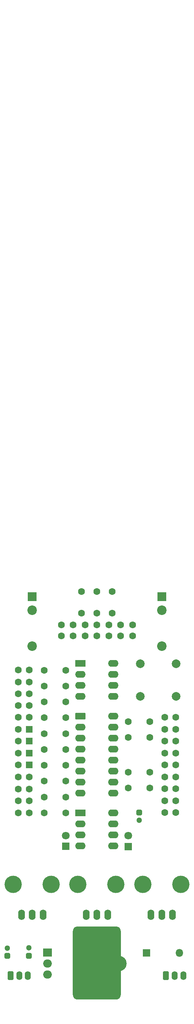
<source format=gbr>
%TF.GenerationSoftware,KiCad,Pcbnew,9.0.2*%
%TF.CreationDate,2025-06-29T10:57:22+10:00*%
%TF.ProjectId,Delay,44656c61-792e-46b6-9963-61645f706362,rev?*%
%TF.SameCoordinates,Original*%
%TF.FileFunction,Soldermask,Top*%
%TF.FilePolarity,Negative*%
%FSLAX46Y46*%
G04 Gerber Fmt 4.6, Leading zero omitted, Abs format (unit mm)*
G04 Created by KiCad (PCBNEW 9.0.2) date 2025-06-29 10:57:22*
%MOMM*%
%LPD*%
G01*
G04 APERTURE LIST*
G04 Aperture macros list*
%AMRoundRect*
0 Rectangle with rounded corners*
0 $1 Rounding radius*
0 $2 $3 $4 $5 $6 $7 $8 $9 X,Y pos of 4 corners*
0 Add a 4 corners polygon primitive as box body*
4,1,4,$2,$3,$4,$5,$6,$7,$8,$9,$2,$3,0*
0 Add four circle primitives for the rounded corners*
1,1,$1+$1,$2,$3*
1,1,$1+$1,$4,$5*
1,1,$1+$1,$6,$7*
1,1,$1+$1,$8,$9*
0 Add four rect primitives between the rounded corners*
20,1,$1+$1,$2,$3,$4,$5,0*
20,1,$1+$1,$4,$5,$6,$7,0*
20,1,$1+$1,$6,$7,$8,$9,0*
20,1,$1+$1,$8,$9,$2,$3,0*%
%AMFreePoly0*
4,1,49,4.512206,8.544944,4.602918,8.544944,4.804799,8.504787,4.994967,8.426017,5.166113,8.311661,5.311661,8.166113,5.426017,7.994967,5.504787,7.804799,5.544944,7.602918,5.544944,7.512205,5.550000,7.500000,5.550000,-7.250000,5.544944,-7.262205,5.544944,-7.352918,5.504787,-7.554799,5.426017,-7.744967,5.311661,-7.916113,5.166113,-8.061661,4.994967,-8.176017,4.804799,-8.254787,
4.602918,-8.294944,4.512206,-8.294944,4.500000,-8.300000,-4.500000,-8.300000,-4.512206,-8.294944,-4.602918,-8.294944,-4.804799,-8.254787,-4.994967,-8.176017,-5.166113,-8.061661,-5.311661,-7.916113,-5.426017,-7.744967,-5.504787,-7.554799,-5.544944,-7.352918,-5.544944,-7.262205,-5.550000,-7.250000,-5.550000,7.500000,-5.544944,7.512205,-5.544944,7.602918,-5.504787,7.804799,-5.426017,7.994967,
-5.311661,8.166113,-5.166113,8.311661,-4.994967,8.426017,-4.804799,8.504787,-4.602918,8.544944,-4.512206,8.544944,-4.500000,8.550000,4.500000,8.550000,4.512206,8.544944,4.512206,8.544944,$1*%
G04 Aperture macros list end*
%ADD10C,1.600000*%
%ADD11C,4.000000*%
%ADD12O,1.600000X2.400000*%
%ADD13R,2.000000X2.000000*%
%ADD14C,2.200000*%
%ADD15RoundRect,0.250000X-0.550000X-0.550000X0.550000X-0.550000X0.550000X0.550000X-0.550000X0.550000X0*%
%ADD16C,3.500000*%
%ADD17FreePoly0,270.000000*%
%ADD18R,2.000000X1.905000*%
%ADD19O,2.000000X1.905000*%
%ADD20R,2.400000X1.600000*%
%ADD21O,2.400000X1.600000*%
%ADD22R,1.800000X1.800000*%
%ADD23C,1.800000*%
%ADD24RoundRect,0.291666X-0.408334X-0.708334X0.408334X-0.708334X0.408334X0.708334X-0.408334X0.708334X0*%
%ADD25O,1.400000X2.000000*%
%ADD26RoundRect,0.250000X-0.950000X-0.550000X0.950000X-0.550000X0.950000X0.550000X-0.950000X0.550000X0*%
%ADD27C,2.000000*%
%ADD28RoundRect,0.270833X-0.379167X0.379167X-0.379167X-0.379167X0.379167X-0.379167X0.379167X0.379167X0*%
%ADD29C,1.300000*%
%ADD30O,1.800000X1.800000*%
%ADD31RoundRect,0.270833X0.379167X-0.379167X0.379167X0.379167X-0.379167X0.379167X-0.379167X-0.379167X0*%
G04 APERTURE END LIST*
D10*
%TO.C,R18*%
X168290000Y-83900000D03*
X165750000Y-83900000D03*
%TD*%
%TO.C,R3*%
X147250000Y-65040000D03*
X147250000Y-62500000D03*
%TD*%
%TO.C,C5*%
X137750000Y-94966667D03*
X142750000Y-94966667D03*
%TD*%
D11*
%TO.C,RV1*%
X130600000Y-122500000D03*
X139400000Y-122500000D03*
D12*
X137500001Y-129500000D03*
X135000000Y-129500000D03*
X132499999Y-129500000D03*
%TD*%
D13*
%TO.C,J2*%
X165000000Y-56020000D03*
D14*
X165000000Y-59120000D03*
X165000000Y-67420000D03*
%TD*%
D10*
%TO.C,R21*%
X168290000Y-92150000D03*
X165750000Y-92150000D03*
%TD*%
%TO.C,D2*%
X131800000Y-89400000D03*
D15*
X134340000Y-89400000D03*
%TD*%
D16*
%TO.C,U4*%
X155160000Y-140800000D03*
D17*
X150000000Y-140800000D03*
D18*
X138500000Y-138260000D03*
D19*
X138500000Y-140800000D03*
X138500000Y-143340000D03*
%TD*%
D10*
%TO.C,C15*%
X142750000Y-102288889D03*
X137750000Y-102288889D03*
%TD*%
%TO.C,R8*%
X131750000Y-81150000D03*
X134290000Y-81150000D03*
%TD*%
%TO.C,R6*%
X155500000Y-65040000D03*
X155500000Y-62500000D03*
%TD*%
%TO.C,C19*%
X162250000Y-96550000D03*
X157250000Y-96550000D03*
%TD*%
%TO.C,C11*%
X137750000Y-83983333D03*
X142750000Y-83983333D03*
%TD*%
%TO.C,C20*%
X157250000Y-100250000D03*
X162250000Y-100250000D03*
%TD*%
%TO.C,R10*%
X131800000Y-97650000D03*
X134340000Y-97650000D03*
%TD*%
%TO.C,R24*%
X131780500Y-103200000D03*
X134320500Y-103200000D03*
%TD*%
%TO.C,R14*%
X131750000Y-78450000D03*
X134290000Y-78450000D03*
%TD*%
%TO.C,R19*%
X168290000Y-86650000D03*
X165750000Y-86650000D03*
%TD*%
%TO.C,R4*%
X150000000Y-65040000D03*
X150000000Y-62500000D03*
%TD*%
%TO.C,R5*%
X152750000Y-65040000D03*
X152750000Y-62500000D03*
%TD*%
D20*
%TO.C,U2*%
X146190000Y-105940000D03*
D21*
X146190000Y-108480000D03*
X146190000Y-111020000D03*
X146190000Y-113560000D03*
X153810000Y-113560000D03*
X153810000Y-111020000D03*
X153810000Y-108480000D03*
X153810000Y-105940000D03*
%TD*%
D22*
%TO.C,C14*%
X142750000Y-113700000D03*
D23*
X142750000Y-111200000D03*
%TD*%
D10*
%TO.C,R15*%
X168290000Y-100400000D03*
X165750000Y-100400000D03*
%TD*%
D11*
%TO.C,RV2*%
X145600000Y-122500000D03*
X154400000Y-122500000D03*
D12*
X152500001Y-129500000D03*
X150000000Y-129500000D03*
X147499999Y-129500000D03*
%TD*%
D24*
%TO.C,J3*%
X130000000Y-143550000D03*
D25*
X132000000Y-143550000D03*
X134000000Y-143550000D03*
%TD*%
D10*
%TO.C,C6*%
X137750000Y-98627778D03*
X142750000Y-98627778D03*
%TD*%
D26*
%TO.C,U3*%
X146190000Y-83610000D03*
D21*
X146190000Y-86150000D03*
X146190000Y-88690000D03*
X146190000Y-91230000D03*
X146190000Y-93770000D03*
X146190000Y-96310000D03*
X146190000Y-98850000D03*
X146190000Y-101390000D03*
X153810000Y-101390000D03*
X153810000Y-98850000D03*
X153810000Y-96310000D03*
X153810000Y-93770000D03*
X153810000Y-91230000D03*
X153810000Y-88690000D03*
X153810000Y-86150000D03*
X153810000Y-83610000D03*
%TD*%
D10*
%TO.C,C1*%
X146400000Y-59790000D03*
X146400000Y-54790000D03*
%TD*%
D27*
%TO.C,C21*%
X168300000Y-71500000D03*
X168300000Y-79000000D03*
%TD*%
D24*
%TO.C,J4*%
X166000000Y-143550000D03*
D25*
X168000000Y-143550000D03*
X170000000Y-143550000D03*
%TD*%
D10*
%TO.C,R12*%
X131750000Y-72950000D03*
X134290000Y-72950000D03*
%TD*%
%TO.C,R1*%
X141750000Y-65040000D03*
X141750000Y-62500000D03*
%TD*%
%TO.C,C17*%
X162250000Y-84851000D03*
X157250000Y-84851000D03*
%TD*%
D20*
%TO.C,U1*%
X146190000Y-71440000D03*
D21*
X146190000Y-73980000D03*
X146190000Y-76520000D03*
X146190000Y-79060000D03*
X153810000Y-79060000D03*
X153810000Y-76520000D03*
X153810000Y-73980000D03*
X153810000Y-71440000D03*
%TD*%
D10*
%TO.C,D3*%
X131800000Y-92150000D03*
D15*
X134340000Y-92150000D03*
%TD*%
D10*
%TO.C,C4*%
X137750000Y-91305556D03*
X142750000Y-91305556D03*
%TD*%
D22*
%TO.C,C13*%
X157250000Y-113750000D03*
D23*
X157250000Y-111250000D03*
%TD*%
D10*
%TO.C,C8*%
X137750000Y-73000000D03*
X142750000Y-73000000D03*
%TD*%
%TO.C,C2*%
X150000000Y-54790000D03*
X150000000Y-59790000D03*
%TD*%
%TO.C,C10*%
X137750000Y-80322222D03*
X142750000Y-80322222D03*
%TD*%
%TO.C,C18*%
X157250000Y-88551000D03*
X162250000Y-88551000D03*
%TD*%
%TO.C,D1*%
X131800000Y-86650000D03*
D15*
X134340000Y-86650000D03*
%TD*%
D28*
%TO.C,C7*%
X159750000Y-105850000D03*
D29*
X159750000Y-107650000D03*
%TD*%
D10*
%TO.C,R22*%
X168290000Y-94900000D03*
X165750000Y-94900000D03*
%TD*%
%TO.C,C3*%
X153500000Y-54790000D03*
X153500000Y-59790000D03*
%TD*%
%TO.C,R16*%
X168290000Y-103150000D03*
X165750000Y-103150000D03*
%TD*%
D22*
%TO.C,D5*%
X161500000Y-138300000D03*
D30*
X169120000Y-138300000D03*
%TD*%
D10*
%TO.C,R25*%
X131780500Y-105950000D03*
X134320500Y-105950000D03*
%TD*%
D13*
%TO.C,J1*%
X135000000Y-56020000D03*
D14*
X135000000Y-59120000D03*
X135000000Y-67420000D03*
%TD*%
D10*
%TO.C,R17*%
X168290000Y-105900000D03*
X165750000Y-105900000D03*
%TD*%
%TO.C,R23*%
X168290000Y-97650000D03*
X165750000Y-97650000D03*
%TD*%
D31*
%TO.C,C23*%
X134250000Y-138950000D03*
D29*
X134250000Y-137150000D03*
%TD*%
D11*
%TO.C,RV3*%
X160600000Y-122500000D03*
X169400000Y-122500000D03*
D12*
X167500001Y-129500000D03*
X165000000Y-129500000D03*
X162499999Y-129500000D03*
%TD*%
D10*
%TO.C,R20*%
X168290000Y-89400000D03*
X165750000Y-89400000D03*
%TD*%
%TO.C,R9*%
X131800000Y-83900000D03*
X134340000Y-83900000D03*
%TD*%
%TO.C,C12*%
X142750000Y-87644444D03*
X137750000Y-87644444D03*
%TD*%
%TO.C,D4*%
X131800000Y-94900000D03*
D15*
X134340000Y-94900000D03*
%TD*%
D10*
%TO.C,R13*%
X131750000Y-75700000D03*
X134290000Y-75700000D03*
%TD*%
%TO.C,R2*%
X144500000Y-65040000D03*
X144500000Y-62500000D03*
%TD*%
%TO.C,R7*%
X158250000Y-65040000D03*
X158250000Y-62500000D03*
%TD*%
D31*
%TO.C,C24*%
X129250000Y-139000000D03*
D29*
X129250000Y-137200000D03*
%TD*%
D10*
%TO.C,C9*%
X137750000Y-76661111D03*
X142750000Y-76661111D03*
%TD*%
%TO.C,C16*%
X142750000Y-105950000D03*
X137750000Y-105950000D03*
%TD*%
%TO.C,R11*%
X131800000Y-100450000D03*
X134340000Y-100450000D03*
%TD*%
D27*
%TO.C,C22*%
X160000000Y-71500000D03*
X160000000Y-79000000D03*
%TD*%
M02*

</source>
